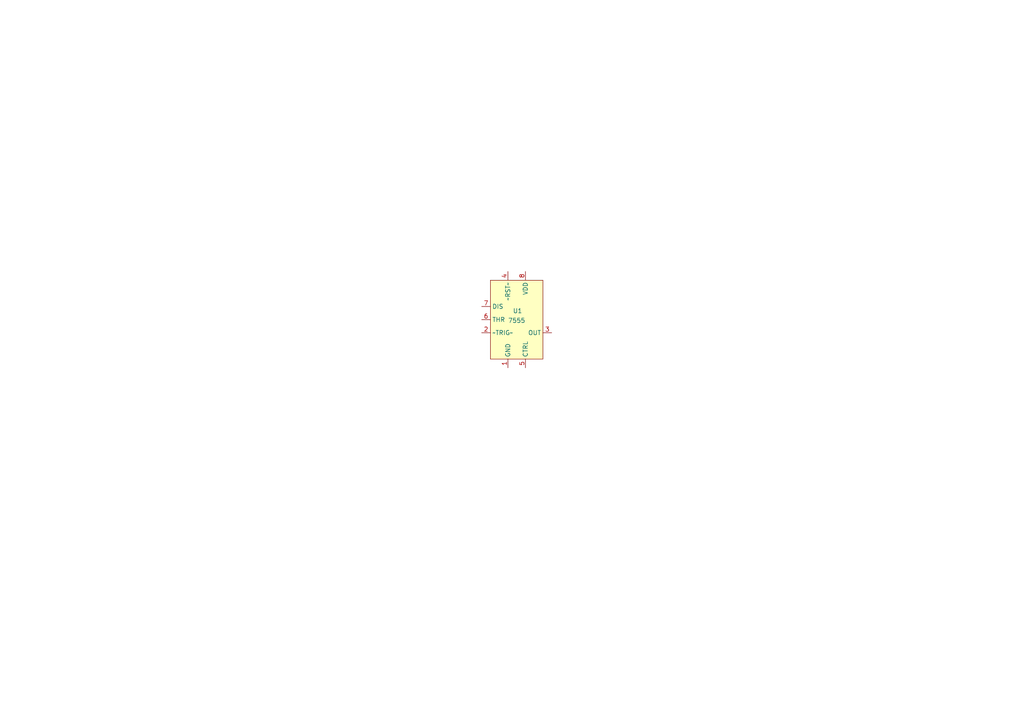
<source format=kicad_sch>
(kicad_sch (version 20231120) (generator "eeschema") (generator_version "8.0")
  (paper "A4")
  (lib_symbols
    (symbol "Blinky:7555"
      (property "Reference" "U" (at 2.54 1.27 0))
      (property "Value" "7555" (at 2.54 -1.27 0))
      (symbol "7555_1_1"
        (rectangle (start -7.62 8.89) (end 7.62 -13.97) (fill (type color) (color 255 255 194 1)))
        (pin power_in line (at -2.54 -16.51 90) (length 2.54) (name "GND") (number "1"))
        (pin input line (at -10.16 -6.35 0) (length 2.54) (name "~TRIG~") (number "2"))
        (pin output line (at 10.16 -6.35 180) (length 2.54) (name "OUT") (number "3"))
        (pin input line (at -2.54 11.43 270) (length 2.54) (name "~RST~") (number "4"))
        (pin input line (at 2.54 -16.51 90) (length 2.54) (name "CTRL") (number "5"))
        (pin input line (at -10.16 -2.54 0) (length 2.54) (name "THR") (number "6"))
        (pin input line (at -10.16 1.27 0) (length 2.54) (name "DIS") (number "7"))
        (pin power_in line (at 2.54 11.43 270) (length 2.54) (name "VDD") (number "8"))
      )
    )
  )
  (symbol (lib_id "Blinky:7555") (at 149.86 90.17 0) (unit 1)
    (property "Reference" "U1" (at 150.114 90.17 0))
    (property "Value" "7555" (at 149.86 92.964 0))
  )
)
</source>
